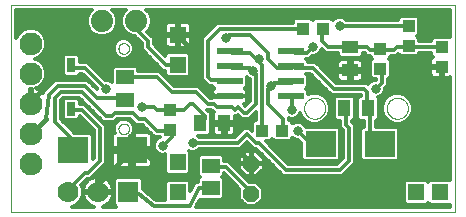
<source format=gtl>
G75*
%MOIN*%
%OFA0B0*%
%FSLAX25Y25*%
%IPPOS*%
%LPD*%
%AMOC8*
5,1,8,0,0,1.08239X$1,22.5*
%
%ADD10C,0.00100*%
%ADD11R,0.05906X0.05118*%
%ADD12OC8,0.05200*%
%ADD13C,0.07000*%
%ADD14R,0.07000X0.07000*%
%ADD15C,0.00000*%
%ADD16C,0.07400*%
%ADD17C,0.07600*%
%ADD18R,0.05543X0.05543*%
%ADD19R,0.10236X0.08661*%
%ADD20R,0.05512X0.04331*%
%ADD21R,0.08661X0.02362*%
%ADD22R,0.03937X0.04331*%
%ADD23R,0.04331X0.03937*%
%ADD24R,0.04331X0.05512*%
%ADD25R,0.02756X0.04724*%
%ADD26C,0.01200*%
%ADD27C,0.01600*%
%ADD28C,0.03160*%
%ADD29C,0.03346*%
%ADD30C,0.03150*%
D10*
X0002600Y0004600D02*
X0002600Y0073600D01*
X0150600Y0073600D01*
X0150600Y0004600D01*
X0002600Y0004600D01*
D11*
X0069100Y0012360D03*
X0069100Y0019840D03*
X0040600Y0041860D03*
X0040600Y0049340D03*
D12*
X0082600Y0020600D03*
X0082600Y0010600D03*
D13*
X0031600Y0011100D03*
X0021600Y0011100D03*
D14*
X0041600Y0011100D03*
D15*
X0038328Y0032214D02*
X0038330Y0032298D01*
X0038336Y0032381D01*
X0038346Y0032464D01*
X0038360Y0032547D01*
X0038377Y0032629D01*
X0038399Y0032710D01*
X0038424Y0032789D01*
X0038453Y0032868D01*
X0038486Y0032945D01*
X0038522Y0033020D01*
X0038562Y0033094D01*
X0038605Y0033166D01*
X0038652Y0033235D01*
X0038702Y0033302D01*
X0038755Y0033367D01*
X0038811Y0033429D01*
X0038869Y0033489D01*
X0038931Y0033546D01*
X0038995Y0033599D01*
X0039062Y0033650D01*
X0039131Y0033697D01*
X0039202Y0033742D01*
X0039275Y0033782D01*
X0039350Y0033819D01*
X0039427Y0033853D01*
X0039505Y0033883D01*
X0039584Y0033909D01*
X0039665Y0033932D01*
X0039747Y0033950D01*
X0039829Y0033965D01*
X0039912Y0033976D01*
X0039995Y0033983D01*
X0040079Y0033986D01*
X0040163Y0033985D01*
X0040246Y0033980D01*
X0040330Y0033971D01*
X0040412Y0033958D01*
X0040494Y0033942D01*
X0040575Y0033921D01*
X0040656Y0033897D01*
X0040734Y0033869D01*
X0040812Y0033837D01*
X0040888Y0033801D01*
X0040962Y0033762D01*
X0041034Y0033720D01*
X0041104Y0033674D01*
X0041172Y0033625D01*
X0041237Y0033573D01*
X0041300Y0033518D01*
X0041360Y0033460D01*
X0041418Y0033399D01*
X0041472Y0033335D01*
X0041524Y0033269D01*
X0041572Y0033201D01*
X0041617Y0033130D01*
X0041658Y0033057D01*
X0041697Y0032983D01*
X0041731Y0032907D01*
X0041762Y0032829D01*
X0041789Y0032750D01*
X0041813Y0032669D01*
X0041832Y0032588D01*
X0041848Y0032506D01*
X0041860Y0032423D01*
X0041868Y0032339D01*
X0041872Y0032256D01*
X0041872Y0032172D01*
X0041868Y0032089D01*
X0041860Y0032005D01*
X0041848Y0031922D01*
X0041832Y0031840D01*
X0041813Y0031759D01*
X0041789Y0031678D01*
X0041762Y0031599D01*
X0041731Y0031521D01*
X0041697Y0031445D01*
X0041658Y0031371D01*
X0041617Y0031298D01*
X0041572Y0031227D01*
X0041524Y0031159D01*
X0041472Y0031093D01*
X0041418Y0031029D01*
X0041360Y0030968D01*
X0041300Y0030910D01*
X0041237Y0030855D01*
X0041172Y0030803D01*
X0041104Y0030754D01*
X0041034Y0030708D01*
X0040962Y0030666D01*
X0040888Y0030627D01*
X0040812Y0030591D01*
X0040734Y0030559D01*
X0040656Y0030531D01*
X0040575Y0030507D01*
X0040494Y0030486D01*
X0040412Y0030470D01*
X0040330Y0030457D01*
X0040246Y0030448D01*
X0040163Y0030443D01*
X0040079Y0030442D01*
X0039995Y0030445D01*
X0039912Y0030452D01*
X0039829Y0030463D01*
X0039747Y0030478D01*
X0039665Y0030496D01*
X0039584Y0030519D01*
X0039505Y0030545D01*
X0039427Y0030575D01*
X0039350Y0030609D01*
X0039275Y0030646D01*
X0039202Y0030686D01*
X0039131Y0030731D01*
X0039062Y0030778D01*
X0038995Y0030829D01*
X0038931Y0030882D01*
X0038869Y0030939D01*
X0038811Y0030999D01*
X0038755Y0031061D01*
X0038702Y0031126D01*
X0038652Y0031193D01*
X0038605Y0031262D01*
X0038562Y0031334D01*
X0038522Y0031408D01*
X0038486Y0031483D01*
X0038453Y0031560D01*
X0038424Y0031639D01*
X0038399Y0031718D01*
X0038377Y0031799D01*
X0038360Y0031881D01*
X0038346Y0031964D01*
X0038336Y0032047D01*
X0038330Y0032130D01*
X0038328Y0032214D01*
X0038328Y0058986D02*
X0038330Y0059070D01*
X0038336Y0059153D01*
X0038346Y0059236D01*
X0038360Y0059319D01*
X0038377Y0059401D01*
X0038399Y0059482D01*
X0038424Y0059561D01*
X0038453Y0059640D01*
X0038486Y0059717D01*
X0038522Y0059792D01*
X0038562Y0059866D01*
X0038605Y0059938D01*
X0038652Y0060007D01*
X0038702Y0060074D01*
X0038755Y0060139D01*
X0038811Y0060201D01*
X0038869Y0060261D01*
X0038931Y0060318D01*
X0038995Y0060371D01*
X0039062Y0060422D01*
X0039131Y0060469D01*
X0039202Y0060514D01*
X0039275Y0060554D01*
X0039350Y0060591D01*
X0039427Y0060625D01*
X0039505Y0060655D01*
X0039584Y0060681D01*
X0039665Y0060704D01*
X0039747Y0060722D01*
X0039829Y0060737D01*
X0039912Y0060748D01*
X0039995Y0060755D01*
X0040079Y0060758D01*
X0040163Y0060757D01*
X0040246Y0060752D01*
X0040330Y0060743D01*
X0040412Y0060730D01*
X0040494Y0060714D01*
X0040575Y0060693D01*
X0040656Y0060669D01*
X0040734Y0060641D01*
X0040812Y0060609D01*
X0040888Y0060573D01*
X0040962Y0060534D01*
X0041034Y0060492D01*
X0041104Y0060446D01*
X0041172Y0060397D01*
X0041237Y0060345D01*
X0041300Y0060290D01*
X0041360Y0060232D01*
X0041418Y0060171D01*
X0041472Y0060107D01*
X0041524Y0060041D01*
X0041572Y0059973D01*
X0041617Y0059902D01*
X0041658Y0059829D01*
X0041697Y0059755D01*
X0041731Y0059679D01*
X0041762Y0059601D01*
X0041789Y0059522D01*
X0041813Y0059441D01*
X0041832Y0059360D01*
X0041848Y0059278D01*
X0041860Y0059195D01*
X0041868Y0059111D01*
X0041872Y0059028D01*
X0041872Y0058944D01*
X0041868Y0058861D01*
X0041860Y0058777D01*
X0041848Y0058694D01*
X0041832Y0058612D01*
X0041813Y0058531D01*
X0041789Y0058450D01*
X0041762Y0058371D01*
X0041731Y0058293D01*
X0041697Y0058217D01*
X0041658Y0058143D01*
X0041617Y0058070D01*
X0041572Y0057999D01*
X0041524Y0057931D01*
X0041472Y0057865D01*
X0041418Y0057801D01*
X0041360Y0057740D01*
X0041300Y0057682D01*
X0041237Y0057627D01*
X0041172Y0057575D01*
X0041104Y0057526D01*
X0041034Y0057480D01*
X0040962Y0057438D01*
X0040888Y0057399D01*
X0040812Y0057363D01*
X0040734Y0057331D01*
X0040656Y0057303D01*
X0040575Y0057279D01*
X0040494Y0057258D01*
X0040412Y0057242D01*
X0040330Y0057229D01*
X0040246Y0057220D01*
X0040163Y0057215D01*
X0040079Y0057214D01*
X0039995Y0057217D01*
X0039912Y0057224D01*
X0039829Y0057235D01*
X0039747Y0057250D01*
X0039665Y0057268D01*
X0039584Y0057291D01*
X0039505Y0057317D01*
X0039427Y0057347D01*
X0039350Y0057381D01*
X0039275Y0057418D01*
X0039202Y0057458D01*
X0039131Y0057503D01*
X0039062Y0057550D01*
X0038995Y0057601D01*
X0038931Y0057654D01*
X0038869Y0057711D01*
X0038811Y0057771D01*
X0038755Y0057833D01*
X0038702Y0057898D01*
X0038652Y0057965D01*
X0038605Y0058034D01*
X0038562Y0058106D01*
X0038522Y0058180D01*
X0038486Y0058255D01*
X0038453Y0058332D01*
X0038424Y0058411D01*
X0038399Y0058490D01*
X0038377Y0058571D01*
X0038360Y0058653D01*
X0038346Y0058736D01*
X0038336Y0058819D01*
X0038330Y0058902D01*
X0038328Y0058986D01*
X0100242Y0039072D02*
X0100244Y0039190D01*
X0100250Y0039308D01*
X0100260Y0039426D01*
X0100274Y0039543D01*
X0100292Y0039660D01*
X0100314Y0039777D01*
X0100339Y0039892D01*
X0100369Y0040006D01*
X0100403Y0040120D01*
X0100440Y0040232D01*
X0100481Y0040343D01*
X0100526Y0040452D01*
X0100574Y0040560D01*
X0100626Y0040666D01*
X0100682Y0040771D01*
X0100741Y0040873D01*
X0100803Y0040973D01*
X0100869Y0041071D01*
X0100938Y0041167D01*
X0101011Y0041261D01*
X0101086Y0041352D01*
X0101165Y0041440D01*
X0101246Y0041526D01*
X0101331Y0041609D01*
X0101418Y0041689D01*
X0101507Y0041766D01*
X0101600Y0041840D01*
X0101694Y0041910D01*
X0101791Y0041978D01*
X0101891Y0042042D01*
X0101992Y0042103D01*
X0102095Y0042160D01*
X0102201Y0042214D01*
X0102308Y0042265D01*
X0102416Y0042311D01*
X0102526Y0042354D01*
X0102638Y0042393D01*
X0102751Y0042429D01*
X0102865Y0042460D01*
X0102980Y0042488D01*
X0103095Y0042512D01*
X0103212Y0042532D01*
X0103329Y0042548D01*
X0103447Y0042560D01*
X0103565Y0042568D01*
X0103683Y0042572D01*
X0103801Y0042572D01*
X0103919Y0042568D01*
X0104037Y0042560D01*
X0104155Y0042548D01*
X0104272Y0042532D01*
X0104389Y0042512D01*
X0104504Y0042488D01*
X0104619Y0042460D01*
X0104733Y0042429D01*
X0104846Y0042393D01*
X0104958Y0042354D01*
X0105068Y0042311D01*
X0105176Y0042265D01*
X0105283Y0042214D01*
X0105389Y0042160D01*
X0105492Y0042103D01*
X0105593Y0042042D01*
X0105693Y0041978D01*
X0105790Y0041910D01*
X0105884Y0041840D01*
X0105977Y0041766D01*
X0106066Y0041689D01*
X0106153Y0041609D01*
X0106238Y0041526D01*
X0106319Y0041440D01*
X0106398Y0041352D01*
X0106473Y0041261D01*
X0106546Y0041167D01*
X0106615Y0041071D01*
X0106681Y0040973D01*
X0106743Y0040873D01*
X0106802Y0040771D01*
X0106858Y0040666D01*
X0106910Y0040560D01*
X0106958Y0040452D01*
X0107003Y0040343D01*
X0107044Y0040232D01*
X0107081Y0040120D01*
X0107115Y0040006D01*
X0107145Y0039892D01*
X0107170Y0039777D01*
X0107192Y0039660D01*
X0107210Y0039543D01*
X0107224Y0039426D01*
X0107234Y0039308D01*
X0107240Y0039190D01*
X0107242Y0039072D01*
X0107240Y0038954D01*
X0107234Y0038836D01*
X0107224Y0038718D01*
X0107210Y0038601D01*
X0107192Y0038484D01*
X0107170Y0038367D01*
X0107145Y0038252D01*
X0107115Y0038138D01*
X0107081Y0038024D01*
X0107044Y0037912D01*
X0107003Y0037801D01*
X0106958Y0037692D01*
X0106910Y0037584D01*
X0106858Y0037478D01*
X0106802Y0037373D01*
X0106743Y0037271D01*
X0106681Y0037171D01*
X0106615Y0037073D01*
X0106546Y0036977D01*
X0106473Y0036883D01*
X0106398Y0036792D01*
X0106319Y0036704D01*
X0106238Y0036618D01*
X0106153Y0036535D01*
X0106066Y0036455D01*
X0105977Y0036378D01*
X0105884Y0036304D01*
X0105790Y0036234D01*
X0105693Y0036166D01*
X0105593Y0036102D01*
X0105492Y0036041D01*
X0105389Y0035984D01*
X0105283Y0035930D01*
X0105176Y0035879D01*
X0105068Y0035833D01*
X0104958Y0035790D01*
X0104846Y0035751D01*
X0104733Y0035715D01*
X0104619Y0035684D01*
X0104504Y0035656D01*
X0104389Y0035632D01*
X0104272Y0035612D01*
X0104155Y0035596D01*
X0104037Y0035584D01*
X0103919Y0035576D01*
X0103801Y0035572D01*
X0103683Y0035572D01*
X0103565Y0035576D01*
X0103447Y0035584D01*
X0103329Y0035596D01*
X0103212Y0035612D01*
X0103095Y0035632D01*
X0102980Y0035656D01*
X0102865Y0035684D01*
X0102751Y0035715D01*
X0102638Y0035751D01*
X0102526Y0035790D01*
X0102416Y0035833D01*
X0102308Y0035879D01*
X0102201Y0035930D01*
X0102095Y0035984D01*
X0101992Y0036041D01*
X0101891Y0036102D01*
X0101791Y0036166D01*
X0101694Y0036234D01*
X0101600Y0036304D01*
X0101507Y0036378D01*
X0101418Y0036455D01*
X0101331Y0036535D01*
X0101246Y0036618D01*
X0101165Y0036704D01*
X0101086Y0036792D01*
X0101011Y0036883D01*
X0100938Y0036977D01*
X0100869Y0037073D01*
X0100803Y0037171D01*
X0100741Y0037271D01*
X0100682Y0037373D01*
X0100626Y0037478D01*
X0100574Y0037584D01*
X0100526Y0037692D01*
X0100481Y0037801D01*
X0100440Y0037912D01*
X0100403Y0038024D01*
X0100369Y0038138D01*
X0100339Y0038252D01*
X0100314Y0038367D01*
X0100292Y0038484D01*
X0100274Y0038601D01*
X0100260Y0038718D01*
X0100250Y0038836D01*
X0100244Y0038954D01*
X0100242Y0039072D01*
X0127801Y0039072D02*
X0127803Y0039190D01*
X0127809Y0039308D01*
X0127819Y0039426D01*
X0127833Y0039543D01*
X0127851Y0039660D01*
X0127873Y0039777D01*
X0127898Y0039892D01*
X0127928Y0040006D01*
X0127962Y0040120D01*
X0127999Y0040232D01*
X0128040Y0040343D01*
X0128085Y0040452D01*
X0128133Y0040560D01*
X0128185Y0040666D01*
X0128241Y0040771D01*
X0128300Y0040873D01*
X0128362Y0040973D01*
X0128428Y0041071D01*
X0128497Y0041167D01*
X0128570Y0041261D01*
X0128645Y0041352D01*
X0128724Y0041440D01*
X0128805Y0041526D01*
X0128890Y0041609D01*
X0128977Y0041689D01*
X0129066Y0041766D01*
X0129159Y0041840D01*
X0129253Y0041910D01*
X0129350Y0041978D01*
X0129450Y0042042D01*
X0129551Y0042103D01*
X0129654Y0042160D01*
X0129760Y0042214D01*
X0129867Y0042265D01*
X0129975Y0042311D01*
X0130085Y0042354D01*
X0130197Y0042393D01*
X0130310Y0042429D01*
X0130424Y0042460D01*
X0130539Y0042488D01*
X0130654Y0042512D01*
X0130771Y0042532D01*
X0130888Y0042548D01*
X0131006Y0042560D01*
X0131124Y0042568D01*
X0131242Y0042572D01*
X0131360Y0042572D01*
X0131478Y0042568D01*
X0131596Y0042560D01*
X0131714Y0042548D01*
X0131831Y0042532D01*
X0131948Y0042512D01*
X0132063Y0042488D01*
X0132178Y0042460D01*
X0132292Y0042429D01*
X0132405Y0042393D01*
X0132517Y0042354D01*
X0132627Y0042311D01*
X0132735Y0042265D01*
X0132842Y0042214D01*
X0132948Y0042160D01*
X0133051Y0042103D01*
X0133152Y0042042D01*
X0133252Y0041978D01*
X0133349Y0041910D01*
X0133443Y0041840D01*
X0133536Y0041766D01*
X0133625Y0041689D01*
X0133712Y0041609D01*
X0133797Y0041526D01*
X0133878Y0041440D01*
X0133957Y0041352D01*
X0134032Y0041261D01*
X0134105Y0041167D01*
X0134174Y0041071D01*
X0134240Y0040973D01*
X0134302Y0040873D01*
X0134361Y0040771D01*
X0134417Y0040666D01*
X0134469Y0040560D01*
X0134517Y0040452D01*
X0134562Y0040343D01*
X0134603Y0040232D01*
X0134640Y0040120D01*
X0134674Y0040006D01*
X0134704Y0039892D01*
X0134729Y0039777D01*
X0134751Y0039660D01*
X0134769Y0039543D01*
X0134783Y0039426D01*
X0134793Y0039308D01*
X0134799Y0039190D01*
X0134801Y0039072D01*
X0134799Y0038954D01*
X0134793Y0038836D01*
X0134783Y0038718D01*
X0134769Y0038601D01*
X0134751Y0038484D01*
X0134729Y0038367D01*
X0134704Y0038252D01*
X0134674Y0038138D01*
X0134640Y0038024D01*
X0134603Y0037912D01*
X0134562Y0037801D01*
X0134517Y0037692D01*
X0134469Y0037584D01*
X0134417Y0037478D01*
X0134361Y0037373D01*
X0134302Y0037271D01*
X0134240Y0037171D01*
X0134174Y0037073D01*
X0134105Y0036977D01*
X0134032Y0036883D01*
X0133957Y0036792D01*
X0133878Y0036704D01*
X0133797Y0036618D01*
X0133712Y0036535D01*
X0133625Y0036455D01*
X0133536Y0036378D01*
X0133443Y0036304D01*
X0133349Y0036234D01*
X0133252Y0036166D01*
X0133152Y0036102D01*
X0133051Y0036041D01*
X0132948Y0035984D01*
X0132842Y0035930D01*
X0132735Y0035879D01*
X0132627Y0035833D01*
X0132517Y0035790D01*
X0132405Y0035751D01*
X0132292Y0035715D01*
X0132178Y0035684D01*
X0132063Y0035656D01*
X0131948Y0035632D01*
X0131831Y0035612D01*
X0131714Y0035596D01*
X0131596Y0035584D01*
X0131478Y0035576D01*
X0131360Y0035572D01*
X0131242Y0035572D01*
X0131124Y0035576D01*
X0131006Y0035584D01*
X0130888Y0035596D01*
X0130771Y0035612D01*
X0130654Y0035632D01*
X0130539Y0035656D01*
X0130424Y0035684D01*
X0130310Y0035715D01*
X0130197Y0035751D01*
X0130085Y0035790D01*
X0129975Y0035833D01*
X0129867Y0035879D01*
X0129760Y0035930D01*
X0129654Y0035984D01*
X0129551Y0036041D01*
X0129450Y0036102D01*
X0129350Y0036166D01*
X0129253Y0036234D01*
X0129159Y0036304D01*
X0129066Y0036378D01*
X0128977Y0036455D01*
X0128890Y0036535D01*
X0128805Y0036618D01*
X0128724Y0036704D01*
X0128645Y0036792D01*
X0128570Y0036883D01*
X0128497Y0036977D01*
X0128428Y0037073D01*
X0128362Y0037171D01*
X0128300Y0037271D01*
X0128241Y0037373D01*
X0128185Y0037478D01*
X0128133Y0037584D01*
X0128085Y0037692D01*
X0128040Y0037801D01*
X0127999Y0037912D01*
X0127962Y0038024D01*
X0127928Y0038138D01*
X0127898Y0038252D01*
X0127873Y0038367D01*
X0127851Y0038484D01*
X0127833Y0038601D01*
X0127819Y0038718D01*
X0127809Y0038836D01*
X0127803Y0038954D01*
X0127801Y0039072D01*
D16*
X0044300Y0068100D03*
X0032900Y0068100D03*
D17*
X0009100Y0060600D03*
X0009100Y0050600D03*
X0009100Y0040600D03*
X0009100Y0030600D03*
X0009100Y0020600D03*
D18*
X0058100Y0021100D03*
X0058100Y0011100D03*
X0058100Y0053600D03*
X0058100Y0063600D03*
X0137600Y0011100D03*
X0145600Y0011100D03*
D19*
X0125443Y0027100D03*
X0105757Y0027100D03*
X0042943Y0025100D03*
X0023257Y0025100D03*
D20*
X0115600Y0051663D03*
X0115600Y0059537D03*
D21*
X0095836Y0058100D03*
X0095836Y0053100D03*
X0095836Y0048100D03*
X0095836Y0043100D03*
X0075364Y0043100D03*
X0075364Y0048100D03*
X0075364Y0053100D03*
X0075364Y0058100D03*
D22*
X0099754Y0065600D03*
X0106446Y0065600D03*
X0092946Y0031600D03*
X0086254Y0031600D03*
D23*
X0055600Y0031754D03*
X0055600Y0038446D03*
X0125600Y0052254D03*
X0125600Y0058946D03*
X0135100Y0059754D03*
X0146100Y0059446D03*
X0146100Y0052754D03*
X0135100Y0066446D03*
D24*
X0121537Y0039100D03*
X0113663Y0039100D03*
X0073537Y0034100D03*
X0065663Y0034100D03*
D25*
X0022600Y0038817D03*
X0022600Y0053383D03*
D26*
X0023100Y0052600D01*
X0027100Y0052600D01*
X0034100Y0045600D01*
X0036161Y0047746D02*
X0036247Y0047746D01*
X0036247Y0047660D02*
X0035785Y0048122D01*
X0034692Y0048575D01*
X0033953Y0048575D01*
X0027928Y0054600D01*
X0025378Y0054600D01*
X0025378Y0056326D01*
X0024558Y0057146D01*
X0020642Y0057146D01*
X0019822Y0056326D01*
X0019822Y0050441D01*
X0020642Y0049621D01*
X0024558Y0049621D01*
X0025378Y0050441D01*
X0025378Y0050600D01*
X0026272Y0050600D01*
X0031125Y0045747D01*
X0031125Y0045403D01*
X0029100Y0047428D01*
X0027928Y0048600D01*
X0017272Y0048600D01*
X0013774Y0045102D01*
X0013218Y0044670D01*
X0013201Y0044529D01*
X0013100Y0044428D01*
X0013100Y0044237D01*
X0012618Y0044719D01*
X0011930Y0045218D01*
X0011173Y0045604D01*
X0010867Y0045704D01*
X0012046Y0046192D01*
X0013508Y0047654D01*
X0014300Y0049566D01*
X0014300Y0051634D01*
X0013508Y0053546D01*
X0012046Y0055008D01*
X0010617Y0055600D01*
X0012046Y0056192D01*
X0013508Y0057654D01*
X0014300Y0059566D01*
X0014300Y0061634D01*
X0013508Y0063546D01*
X0012046Y0065008D01*
X0010134Y0065800D01*
X0008066Y0065800D01*
X0006154Y0065008D01*
X0004692Y0063546D01*
X0004250Y0062479D01*
X0004250Y0071950D01*
X0029538Y0071950D01*
X0028576Y0070989D01*
X0027800Y0069114D01*
X0027800Y0067086D01*
X0028576Y0065211D01*
X0030011Y0063776D01*
X0031886Y0063000D01*
X0033914Y0063000D01*
X0035789Y0063776D01*
X0037224Y0065211D01*
X0038000Y0067086D01*
X0038000Y0069114D01*
X0037224Y0070989D01*
X0036262Y0071950D01*
X0040938Y0071950D01*
X0039976Y0070989D01*
X0039200Y0069114D01*
X0039200Y0067086D01*
X0039976Y0065211D01*
X0041411Y0063776D01*
X0043286Y0063000D01*
X0043872Y0063000D01*
X0044272Y0062600D01*
X0046100Y0060772D01*
X0046100Y0058772D01*
X0047272Y0057600D01*
X0053272Y0051600D01*
X0053928Y0051600D01*
X0053928Y0050248D01*
X0054748Y0049428D01*
X0061452Y0049428D01*
X0062272Y0050248D01*
X0062272Y0056952D01*
X0061452Y0057772D01*
X0054748Y0057772D01*
X0053928Y0056952D01*
X0053928Y0056600D01*
X0050100Y0060428D01*
X0050100Y0062428D01*
X0047970Y0064558D01*
X0048624Y0065211D01*
X0049400Y0067086D01*
X0049400Y0069114D01*
X0048624Y0070989D01*
X0047662Y0071950D01*
X0148950Y0071950D01*
X0148950Y0062710D01*
X0148845Y0062815D01*
X0143355Y0062815D01*
X0142535Y0061995D01*
X0142535Y0061600D01*
X0138665Y0061600D01*
X0138665Y0062302D01*
X0137867Y0063100D01*
X0138665Y0063898D01*
X0138665Y0068995D01*
X0137845Y0069815D01*
X0132355Y0069815D01*
X0131535Y0068995D01*
X0131535Y0068600D01*
X0114307Y0068600D01*
X0113785Y0069122D01*
X0112692Y0069575D01*
X0111508Y0069575D01*
X0110415Y0069122D01*
X0109726Y0068434D01*
X0108995Y0069165D01*
X0103898Y0069165D01*
X0103100Y0068367D01*
X0102302Y0069165D01*
X0097205Y0069165D01*
X0096385Y0068345D01*
X0096385Y0067600D01*
X0071272Y0067600D01*
X0067272Y0063600D01*
X0066100Y0062428D01*
X0066100Y0048772D01*
X0067100Y0047772D01*
X0068272Y0046600D01*
X0069633Y0046600D01*
X0069633Y0046339D01*
X0070279Y0045693D01*
X0070051Y0045561D01*
X0069753Y0045264D01*
X0069542Y0044899D01*
X0069433Y0044492D01*
X0069433Y0043100D01*
X0075364Y0043100D01*
X0081294Y0043100D01*
X0081294Y0044492D01*
X0081185Y0044899D01*
X0080975Y0045264D01*
X0080677Y0045561D01*
X0080449Y0045693D01*
X0081094Y0046339D01*
X0081094Y0049398D01*
X0081415Y0049078D01*
X0082100Y0048794D01*
X0082100Y0041428D01*
X0080600Y0039928D01*
X0080145Y0040383D01*
X0080312Y0040428D01*
X0080677Y0040639D01*
X0080975Y0040936D01*
X0081185Y0041301D01*
X0081294Y0041708D01*
X0081294Y0043100D01*
X0075364Y0043100D01*
X0075364Y0043100D01*
X0069433Y0043100D01*
X0069433Y0042600D01*
X0068928Y0042600D01*
X0064928Y0046600D01*
X0056928Y0046600D01*
X0051928Y0051600D01*
X0044953Y0051600D01*
X0044953Y0052479D01*
X0044133Y0053299D01*
X0037067Y0053299D01*
X0036247Y0052479D01*
X0036247Y0047660D01*
X0036247Y0048945D02*
X0033583Y0048945D01*
X0032385Y0050143D02*
X0036247Y0050143D01*
X0036247Y0051342D02*
X0031186Y0051342D01*
X0029988Y0052540D02*
X0036309Y0052540D01*
X0038190Y0056127D02*
X0039429Y0055614D01*
X0040771Y0055614D01*
X0042010Y0056127D01*
X0042958Y0057076D01*
X0043472Y0058315D01*
X0043472Y0059656D01*
X0042958Y0060896D01*
X0042010Y0061844D01*
X0040771Y0062357D01*
X0039429Y0062357D01*
X0038190Y0061844D01*
X0037242Y0060896D01*
X0036728Y0059656D01*
X0036728Y0058315D01*
X0037242Y0057076D01*
X0038190Y0056127D01*
X0038182Y0056136D02*
X0025378Y0056136D01*
X0025378Y0054937D02*
X0049934Y0054937D01*
X0048736Y0056136D02*
X0042018Y0056136D01*
X0043065Y0057334D02*
X0047537Y0057334D01*
X0046339Y0058533D02*
X0043472Y0058533D01*
X0043441Y0059732D02*
X0046100Y0059732D01*
X0048100Y0059600D02*
X0048100Y0061600D01*
X0045100Y0064600D01*
X0045100Y0067600D01*
X0044300Y0068100D01*
X0039764Y0065724D02*
X0037436Y0065724D01*
X0037932Y0066923D02*
X0039267Y0066923D01*
X0039200Y0068121D02*
X0038000Y0068121D01*
X0037915Y0069320D02*
X0039285Y0069320D01*
X0039781Y0070518D02*
X0037419Y0070518D01*
X0036496Y0071717D02*
X0040704Y0071717D01*
X0047896Y0071717D02*
X0148950Y0071717D01*
X0148950Y0070518D02*
X0048819Y0070518D01*
X0049315Y0069320D02*
X0110892Y0069320D01*
X0113308Y0069320D02*
X0131859Y0069320D01*
X0135100Y0066600D02*
X0135100Y0066446D01*
X0135100Y0066600D02*
X0112100Y0066600D01*
X0106446Y0065600D02*
X0106100Y0065600D01*
X0106100Y0061600D01*
X0108100Y0059600D01*
X0115100Y0059600D01*
X0115600Y0059537D01*
X0116100Y0059600D01*
X0121100Y0059600D01*
X0122100Y0058600D01*
X0125100Y0058600D01*
X0125600Y0058946D01*
X0126100Y0058600D01*
X0130100Y0058600D01*
X0131100Y0059600D01*
X0135100Y0059600D01*
X0135100Y0059754D01*
X0135100Y0059600D02*
X0146100Y0059600D01*
X0146100Y0059446D01*
X0142535Y0057600D02*
X0142535Y0056898D01*
X0143255Y0056177D01*
X0142952Y0056002D01*
X0142654Y0055704D01*
X0142444Y0055340D01*
X0142335Y0054933D01*
X0142335Y0053138D01*
X0145716Y0053138D01*
X0145716Y0052369D01*
X0146484Y0052369D01*
X0146484Y0049185D01*
X0148476Y0049185D01*
X0148883Y0049294D01*
X0148950Y0049333D01*
X0148950Y0015272D01*
X0142248Y0015272D01*
X0141600Y0014623D01*
X0140952Y0015272D01*
X0134248Y0015272D01*
X0133428Y0014452D01*
X0133428Y0007748D01*
X0134248Y0006928D01*
X0140952Y0006928D01*
X0141600Y0007577D01*
X0142248Y0006928D01*
X0148950Y0006928D01*
X0148950Y0006250D01*
X0064161Y0006250D01*
X0065347Y0008621D01*
X0065567Y0008401D01*
X0072633Y0008401D01*
X0073453Y0009221D01*
X0073453Y0015499D01*
X0072852Y0016100D01*
X0073453Y0016701D01*
X0073453Y0017419D01*
X0078607Y0012264D01*
X0078600Y0012257D01*
X0078600Y0008943D01*
X0080943Y0006600D01*
X0084257Y0006600D01*
X0086600Y0008943D01*
X0086600Y0012257D01*
X0084257Y0014600D01*
X0081928Y0014600D01*
X0074928Y0021600D01*
X0073453Y0021600D01*
X0073453Y0022979D01*
X0072633Y0023799D01*
X0065567Y0023799D01*
X0064747Y0022979D01*
X0064747Y0016701D01*
X0065348Y0016100D01*
X0064747Y0015499D01*
X0064747Y0014600D01*
X0064272Y0014600D01*
X0064020Y0014348D01*
X0063682Y0014235D01*
X0063456Y0013785D01*
X0063100Y0013428D01*
X0063100Y0013072D01*
X0062272Y0011415D01*
X0062272Y0014452D01*
X0061452Y0015272D01*
X0054748Y0015272D01*
X0053928Y0014452D01*
X0053928Y0008600D01*
X0050802Y0008600D01*
X0046500Y0012041D01*
X0046500Y0015180D01*
X0045680Y0016000D01*
X0037520Y0016000D01*
X0036700Y0015180D01*
X0036700Y0007020D01*
X0037470Y0006250D01*
X0033177Y0006250D01*
X0033558Y0006374D01*
X0034273Y0006738D01*
X0034922Y0007210D01*
X0035490Y0007778D01*
X0035962Y0008427D01*
X0036326Y0009142D01*
X0036574Y0009906D01*
X0036700Y0010699D01*
X0036700Y0010814D01*
X0031886Y0010814D01*
X0031886Y0011386D01*
X0031314Y0011386D01*
X0031314Y0016200D01*
X0031199Y0016200D01*
X0030406Y0016074D01*
X0029642Y0015826D01*
X0028927Y0015462D01*
X0028278Y0014990D01*
X0027710Y0014422D01*
X0027238Y0013773D01*
X0026874Y0013058D01*
X0026626Y0012294D01*
X0026500Y0011501D01*
X0026500Y0011386D01*
X0031314Y0011386D01*
X0031314Y0010814D01*
X0026500Y0010814D01*
X0026500Y0010699D01*
X0026626Y0009906D01*
X0026874Y0009142D01*
X0027238Y0008427D01*
X0027710Y0007778D01*
X0028278Y0007210D01*
X0028927Y0006738D01*
X0029642Y0006374D01*
X0030023Y0006250D01*
X0022695Y0006250D01*
X0024376Y0006946D01*
X0025754Y0008324D01*
X0026500Y0010125D01*
X0026500Y0012075D01*
X0025886Y0013557D01*
X0027928Y0015600D01*
X0028928Y0015600D01*
X0030100Y0016772D01*
X0034100Y0020772D01*
X0034100Y0033428D01*
X0032928Y0034600D01*
X0026928Y0040600D01*
X0025378Y0040600D01*
X0025378Y0041759D01*
X0024558Y0042579D01*
X0020642Y0042579D01*
X0019822Y0041759D01*
X0019822Y0035874D01*
X0020642Y0035054D01*
X0024558Y0035054D01*
X0025378Y0035874D01*
X0025378Y0036494D01*
X0030100Y0031772D01*
X0030100Y0022428D01*
X0029776Y0022104D01*
X0029776Y0030011D01*
X0028955Y0030831D01*
X0023698Y0030831D01*
X0019100Y0035428D01*
X0019100Y0041772D01*
X0019928Y0042600D01*
X0025272Y0042600D01*
X0033272Y0034600D01*
X0036928Y0034600D01*
X0037928Y0035600D01*
X0042272Y0035600D01*
X0044272Y0033600D01*
X0046272Y0033600D01*
X0050272Y0029600D01*
X0052035Y0029600D01*
X0052035Y0029379D01*
X0051415Y0029122D01*
X0050578Y0028285D01*
X0050125Y0027192D01*
X0050125Y0026008D01*
X0050578Y0024915D01*
X0051415Y0024078D01*
X0052508Y0023625D01*
X0053692Y0023625D01*
X0053928Y0023723D01*
X0053928Y0017748D01*
X0054748Y0016928D01*
X0061452Y0016928D01*
X0062272Y0017748D01*
X0062272Y0024452D01*
X0061808Y0024915D01*
X0062508Y0024625D01*
X0063692Y0024625D01*
X0064785Y0025078D01*
X0065307Y0025600D01*
X0078928Y0025600D01*
X0080100Y0026772D01*
X0081100Y0027772D01*
X0083272Y0025600D01*
X0084272Y0025600D01*
X0093272Y0016600D01*
X0112928Y0016600D01*
X0114100Y0017772D01*
X0117100Y0020772D01*
X0117100Y0033428D01*
X0116100Y0034428D01*
X0116100Y0034944D01*
X0116408Y0034944D01*
X0117228Y0035764D01*
X0117228Y0042436D01*
X0116408Y0043256D01*
X0110918Y0043256D01*
X0110098Y0042436D01*
X0110098Y0035764D01*
X0110918Y0034944D01*
X0112100Y0034944D01*
X0112100Y0032772D01*
X0113100Y0031772D01*
X0113100Y0022428D01*
X0111272Y0020600D01*
X0094928Y0020600D01*
X0087494Y0028035D01*
X0088802Y0028035D01*
X0089600Y0028833D01*
X0090398Y0028035D01*
X0095495Y0028035D01*
X0096315Y0028855D01*
X0096315Y0029178D01*
X0096415Y0029078D01*
X0097508Y0028625D01*
X0098247Y0028625D01*
X0099239Y0027632D01*
X0099239Y0022189D01*
X0100059Y0021369D01*
X0111455Y0021369D01*
X0112276Y0022189D01*
X0112276Y0032011D01*
X0111455Y0032831D01*
X0100810Y0032831D01*
X0100622Y0033285D01*
X0099785Y0034122D01*
X0098692Y0034575D01*
X0097508Y0034575D01*
X0096415Y0034122D01*
X0096315Y0034022D01*
X0096315Y0034345D01*
X0095495Y0035165D01*
X0095100Y0035165D01*
X0095100Y0035794D01*
X0095508Y0035625D01*
X0096692Y0035625D01*
X0097785Y0036078D01*
X0098622Y0036915D01*
X0098869Y0037510D01*
X0099418Y0036184D01*
X0100853Y0034749D01*
X0102727Y0033972D01*
X0104756Y0033972D01*
X0106631Y0034749D01*
X0108065Y0036184D01*
X0108842Y0038058D01*
X0108842Y0040087D01*
X0108065Y0041961D01*
X0106631Y0043396D01*
X0104756Y0044172D01*
X0102727Y0044172D01*
X0101567Y0043692D01*
X0101567Y0044861D01*
X0100828Y0045600D01*
X0101567Y0046339D01*
X0101567Y0049861D01*
X0100828Y0050600D01*
X0102272Y0050600D01*
X0109272Y0043600D01*
X0119100Y0043600D01*
X0119100Y0043256D01*
X0118792Y0043256D01*
X0117972Y0042436D01*
X0117972Y0035764D01*
X0118792Y0034944D01*
X0120100Y0034944D01*
X0120100Y0032831D01*
X0119745Y0032831D01*
X0118924Y0032011D01*
X0118924Y0022189D01*
X0119745Y0021369D01*
X0131141Y0021369D01*
X0131961Y0022189D01*
X0131961Y0032011D01*
X0131141Y0032831D01*
X0124100Y0032831D01*
X0124100Y0034944D01*
X0124282Y0034944D01*
X0125102Y0035764D01*
X0125102Y0042436D01*
X0124848Y0042690D01*
X0125785Y0043078D01*
X0126622Y0043915D01*
X0127075Y0045008D01*
X0127075Y0045747D01*
X0128100Y0046772D01*
X0128100Y0048885D01*
X0128345Y0048885D01*
X0129165Y0049705D01*
X0129165Y0054802D01*
X0128367Y0055600D01*
X0129165Y0056398D01*
X0129165Y0056600D01*
X0130928Y0056600D01*
X0131535Y0057206D01*
X0131535Y0057205D01*
X0132355Y0056385D01*
X0137845Y0056385D01*
X0138665Y0057205D01*
X0138665Y0057600D01*
X0142535Y0057600D01*
X0142535Y0057334D02*
X0138665Y0057334D01*
X0142336Y0054937D02*
X0129030Y0054937D01*
X0128903Y0056136D02*
X0143184Y0056136D01*
X0142335Y0053739D02*
X0129165Y0053739D01*
X0129165Y0052540D02*
X0145716Y0052540D01*
X0145716Y0052369D02*
X0142335Y0052369D01*
X0142335Y0050574D01*
X0142444Y0050167D01*
X0142654Y0049803D01*
X0142952Y0049505D01*
X0143317Y0049294D01*
X0143724Y0049185D01*
X0145716Y0049185D01*
X0145716Y0052369D01*
X0145716Y0051342D02*
X0146484Y0051342D01*
X0146484Y0050143D02*
X0145716Y0050143D01*
X0142458Y0050143D02*
X0129165Y0050143D01*
X0129165Y0051342D02*
X0142335Y0051342D01*
X0148950Y0048945D02*
X0128405Y0048945D01*
X0128100Y0047746D02*
X0148950Y0047746D01*
X0148950Y0046548D02*
X0127876Y0046548D01*
X0126100Y0047600D02*
X0124100Y0045600D01*
X0127075Y0045349D02*
X0148950Y0045349D01*
X0148950Y0044151D02*
X0132367Y0044151D01*
X0132315Y0044172D02*
X0130286Y0044172D01*
X0128412Y0043396D01*
X0126977Y0041961D01*
X0126201Y0040087D01*
X0126201Y0038058D01*
X0126977Y0036184D01*
X0128412Y0034749D01*
X0130286Y0033972D01*
X0132315Y0033972D01*
X0134190Y0034749D01*
X0135624Y0036184D01*
X0136401Y0038058D01*
X0136401Y0040087D01*
X0135624Y0041961D01*
X0134190Y0043396D01*
X0132315Y0044172D01*
X0134633Y0042952D02*
X0148950Y0042952D01*
X0148950Y0041754D02*
X0135710Y0041754D01*
X0136207Y0040555D02*
X0148950Y0040555D01*
X0148950Y0039357D02*
X0136401Y0039357D01*
X0136401Y0038158D02*
X0148950Y0038158D01*
X0148950Y0036960D02*
X0135946Y0036960D01*
X0135202Y0035761D02*
X0148950Y0035761D01*
X0148950Y0034563D02*
X0133740Y0034563D01*
X0131805Y0032166D02*
X0148950Y0032166D01*
X0148950Y0033364D02*
X0124100Y0033364D01*
X0124100Y0034563D02*
X0128861Y0034563D01*
X0127399Y0035761D02*
X0125099Y0035761D01*
X0125102Y0036960D02*
X0126656Y0036960D01*
X0126201Y0038158D02*
X0125102Y0038158D01*
X0125102Y0039357D02*
X0126201Y0039357D01*
X0126395Y0040555D02*
X0125102Y0040555D01*
X0125102Y0041754D02*
X0126891Y0041754D01*
X0127968Y0042952D02*
X0125482Y0042952D01*
X0126720Y0044151D02*
X0130234Y0044151D01*
X0126100Y0047600D02*
X0126100Y0051600D01*
X0125600Y0052254D01*
X0122035Y0052540D02*
X0119956Y0052540D01*
X0119956Y0052146D02*
X0119956Y0054039D01*
X0119847Y0054446D01*
X0119636Y0054811D01*
X0119338Y0055109D01*
X0118973Y0055319D01*
X0118567Y0055428D01*
X0116083Y0055428D01*
X0116083Y0052146D01*
X0115117Y0052146D01*
X0115117Y0055428D01*
X0112633Y0055428D01*
X0112227Y0055319D01*
X0111862Y0055109D01*
X0111564Y0054811D01*
X0111353Y0054446D01*
X0111244Y0054039D01*
X0111244Y0052146D01*
X0115117Y0052146D01*
X0115117Y0051180D01*
X0116083Y0051180D01*
X0116083Y0052146D01*
X0119956Y0052146D01*
X0119956Y0051180D02*
X0119956Y0049287D01*
X0119847Y0048880D01*
X0119636Y0048515D01*
X0119338Y0048217D01*
X0118973Y0048007D01*
X0118567Y0047898D01*
X0116083Y0047898D01*
X0116083Y0051180D01*
X0119956Y0051180D01*
X0119956Y0050143D02*
X0122035Y0050143D01*
X0122035Y0049705D02*
X0122855Y0048885D01*
X0124100Y0048885D01*
X0124100Y0048575D01*
X0123508Y0048575D01*
X0122415Y0048122D01*
X0121578Y0047285D01*
X0121480Y0047049D01*
X0120928Y0047600D01*
X0110928Y0047600D01*
X0105100Y0053428D01*
X0103928Y0054600D01*
X0101567Y0054600D01*
X0101567Y0054861D01*
X0100828Y0055600D01*
X0101928Y0055600D01*
X0102953Y0056625D01*
X0103692Y0056625D01*
X0104785Y0057078D01*
X0105622Y0057915D01*
X0106013Y0058859D01*
X0106100Y0058772D01*
X0107272Y0057600D01*
X0111444Y0057600D01*
X0111444Y0056792D01*
X0112264Y0055972D01*
X0118936Y0055972D01*
X0119756Y0056792D01*
X0119756Y0057600D01*
X0120272Y0057600D01*
X0121272Y0056600D01*
X0122035Y0056600D01*
X0122035Y0056398D01*
X0122833Y0055600D01*
X0122035Y0054802D01*
X0122035Y0049705D01*
X0122795Y0048945D02*
X0119864Y0048945D01*
X0122039Y0047746D02*
X0110782Y0047746D01*
X0111564Y0048515D02*
X0111862Y0048217D01*
X0112227Y0048007D01*
X0112633Y0047898D01*
X0115117Y0047898D01*
X0115117Y0051180D01*
X0111244Y0051180D01*
X0111244Y0049287D01*
X0111353Y0048880D01*
X0111564Y0048515D01*
X0111336Y0048945D02*
X0109583Y0048945D01*
X0108385Y0050143D02*
X0111244Y0050143D01*
X0115117Y0050143D02*
X0116083Y0050143D01*
X0116083Y0048945D02*
X0115117Y0048945D01*
X0115117Y0051342D02*
X0107186Y0051342D01*
X0105988Y0052540D02*
X0111244Y0052540D01*
X0111244Y0053739D02*
X0104789Y0053739D01*
X0103100Y0052600D02*
X0097100Y0052600D01*
X0095836Y0053100D01*
X0096100Y0052600D01*
X0091100Y0052600D01*
X0088100Y0055600D01*
X0088100Y0057600D01*
X0082100Y0063600D01*
X0075100Y0063600D01*
X0074100Y0062600D01*
X0072100Y0065600D02*
X0068100Y0061600D01*
X0068100Y0049600D01*
X0069100Y0048600D01*
X0075100Y0048600D01*
X0075364Y0048100D01*
X0081094Y0047746D02*
X0082100Y0047746D01*
X0082100Y0046548D02*
X0081094Y0046548D01*
X0080889Y0045349D02*
X0082100Y0045349D01*
X0082100Y0044151D02*
X0081294Y0044151D01*
X0081294Y0042952D02*
X0082100Y0042952D01*
X0082100Y0041754D02*
X0081294Y0041754D01*
X0081227Y0040555D02*
X0080533Y0040555D01*
X0078100Y0039600D02*
X0080100Y0037600D01*
X0081100Y0037600D01*
X0084100Y0040600D01*
X0084100Y0050600D01*
X0083100Y0051600D01*
X0082100Y0052600D01*
X0076100Y0052600D01*
X0075364Y0053100D01*
X0076100Y0057600D02*
X0075364Y0058100D01*
X0076100Y0057600D02*
X0082100Y0057600D01*
X0084100Y0055600D01*
X0085100Y0055600D01*
X0084100Y0055600D02*
X0086100Y0053600D01*
X0086100Y0031600D01*
X0086254Y0031600D01*
X0082885Y0031643D02*
X0081928Y0032600D01*
X0080272Y0032600D01*
X0077272Y0029600D01*
X0065307Y0029600D01*
X0064963Y0029944D01*
X0068408Y0029944D01*
X0069228Y0030764D01*
X0069228Y0037436D01*
X0068408Y0038256D01*
X0068273Y0038256D01*
X0067928Y0038600D01*
X0069272Y0038600D01*
X0070070Y0037801D01*
X0069881Y0037473D01*
X0069772Y0037067D01*
X0069772Y0034583D01*
X0073054Y0034583D01*
X0073054Y0033617D01*
X0074020Y0033617D01*
X0074020Y0034583D01*
X0077302Y0034583D01*
X0077302Y0036600D01*
X0077928Y0036600D01*
X0078100Y0036772D01*
X0078100Y0036772D01*
X0079272Y0035600D01*
X0081928Y0035600D01*
X0084100Y0037772D01*
X0084100Y0035165D01*
X0083705Y0035165D01*
X0082885Y0034345D01*
X0082885Y0031643D01*
X0082885Y0032166D02*
X0082363Y0032166D01*
X0082885Y0033364D02*
X0077302Y0033364D01*
X0077302Y0033617D02*
X0074020Y0033617D01*
X0074020Y0029744D01*
X0075913Y0029744D01*
X0076320Y0029853D01*
X0076685Y0030064D01*
X0076983Y0030362D01*
X0077193Y0030727D01*
X0077302Y0031133D01*
X0077302Y0033617D01*
X0077302Y0032166D02*
X0079837Y0032166D01*
X0078639Y0030967D02*
X0077258Y0030967D01*
X0077440Y0029769D02*
X0076005Y0029769D01*
X0074020Y0029769D02*
X0073054Y0029769D01*
X0073054Y0029744D02*
X0073054Y0033617D01*
X0069772Y0033617D01*
X0069772Y0031133D01*
X0069881Y0030727D01*
X0070091Y0030362D01*
X0070389Y0030064D01*
X0070754Y0029853D01*
X0071161Y0029744D01*
X0073054Y0029744D01*
X0073054Y0030967D02*
X0074020Y0030967D01*
X0074020Y0032166D02*
X0073054Y0032166D01*
X0073054Y0033364D02*
X0074020Y0033364D01*
X0074020Y0034563D02*
X0083103Y0034563D01*
X0084100Y0035761D02*
X0082090Y0035761D01*
X0083288Y0036960D02*
X0084100Y0036960D01*
X0079110Y0035761D02*
X0077302Y0035761D01*
X0077100Y0038600D02*
X0078100Y0039600D01*
X0077100Y0038600D02*
X0076100Y0039600D01*
X0071100Y0039600D01*
X0070100Y0040600D01*
X0068100Y0040600D01*
X0064100Y0044600D01*
X0056100Y0044600D01*
X0051100Y0049600D01*
X0041100Y0049600D01*
X0040600Y0049340D01*
X0044891Y0052540D02*
X0052331Y0052540D01*
X0051133Y0053739D02*
X0028789Y0053739D01*
X0026728Y0050143D02*
X0025080Y0050143D01*
X0027927Y0048945D02*
X0014043Y0048945D01*
X0014300Y0050143D02*
X0020120Y0050143D01*
X0019822Y0051342D02*
X0014300Y0051342D01*
X0013925Y0052540D02*
X0019822Y0052540D01*
X0019822Y0053739D02*
X0013315Y0053739D01*
X0012116Y0054937D02*
X0019822Y0054937D01*
X0019822Y0056136D02*
X0011911Y0056136D01*
X0013188Y0057334D02*
X0037135Y0057334D01*
X0036728Y0058533D02*
X0013872Y0058533D01*
X0014300Y0059732D02*
X0036759Y0059732D01*
X0037276Y0060930D02*
X0014300Y0060930D01*
X0014095Y0062129D02*
X0038877Y0062129D01*
X0041323Y0062129D02*
X0044743Y0062129D01*
X0045942Y0060930D02*
X0042924Y0060930D01*
X0042496Y0063327D02*
X0034704Y0063327D01*
X0036538Y0064526D02*
X0040662Y0064526D01*
X0048003Y0064526D02*
X0053728Y0064526D01*
X0053728Y0063886D02*
X0057814Y0063886D01*
X0057814Y0067972D01*
X0055118Y0067972D01*
X0054711Y0067863D01*
X0054346Y0067652D01*
X0054048Y0067354D01*
X0053837Y0066989D01*
X0053728Y0066582D01*
X0053728Y0063886D01*
X0053728Y0063314D02*
X0053728Y0060618D01*
X0053837Y0060211D01*
X0054048Y0059846D01*
X0054346Y0059548D01*
X0054711Y0059337D01*
X0055118Y0059228D01*
X0057814Y0059228D01*
X0057814Y0063314D01*
X0053728Y0063314D01*
X0053728Y0062129D02*
X0050100Y0062129D01*
X0050100Y0060930D02*
X0053728Y0060930D01*
X0054162Y0059732D02*
X0050797Y0059732D01*
X0051995Y0058533D02*
X0066100Y0058533D01*
X0066100Y0057334D02*
X0061889Y0057334D01*
X0062272Y0056136D02*
X0066100Y0056136D01*
X0066100Y0054937D02*
X0062272Y0054937D01*
X0062272Y0053739D02*
X0066100Y0053739D01*
X0066100Y0052540D02*
X0062272Y0052540D01*
X0062272Y0051342D02*
X0066100Y0051342D01*
X0066100Y0050143D02*
X0062167Y0050143D01*
X0066100Y0048945D02*
X0054583Y0048945D01*
X0054033Y0050143D02*
X0053385Y0050143D01*
X0053928Y0051342D02*
X0052186Y0051342D01*
X0054100Y0053600D02*
X0048100Y0059600D01*
X0053194Y0057334D02*
X0054311Y0057334D01*
X0057814Y0059732D02*
X0058386Y0059732D01*
X0058386Y0059228D02*
X0061082Y0059228D01*
X0061489Y0059337D01*
X0061854Y0059548D01*
X0062152Y0059846D01*
X0062363Y0060211D01*
X0062472Y0060618D01*
X0062472Y0063314D01*
X0058386Y0063314D01*
X0058386Y0063886D01*
X0057814Y0063886D01*
X0057814Y0063314D01*
X0058386Y0063314D01*
X0058386Y0059228D01*
X0058386Y0060930D02*
X0057814Y0060930D01*
X0057814Y0062129D02*
X0058386Y0062129D01*
X0058386Y0063327D02*
X0066999Y0063327D01*
X0068197Y0064526D02*
X0062472Y0064526D01*
X0062472Y0063886D02*
X0062472Y0066582D01*
X0062363Y0066989D01*
X0062152Y0067354D01*
X0061854Y0067652D01*
X0061489Y0067863D01*
X0061082Y0067972D01*
X0058386Y0067972D01*
X0058386Y0063886D01*
X0062472Y0063886D01*
X0062472Y0062129D02*
X0066100Y0062129D01*
X0066100Y0060930D02*
X0062472Y0060930D01*
X0062038Y0059732D02*
X0066100Y0059732D01*
X0057814Y0063327D02*
X0049201Y0063327D01*
X0048836Y0065724D02*
X0053728Y0065724D01*
X0053820Y0066923D02*
X0049332Y0066923D01*
X0049400Y0068121D02*
X0096385Y0068121D01*
X0099754Y0065600D02*
X0072100Y0065600D01*
X0070594Y0066923D02*
X0062380Y0066923D01*
X0062472Y0065724D02*
X0069396Y0065724D01*
X0058386Y0065724D02*
X0057814Y0065724D01*
X0057814Y0066923D02*
X0058386Y0066923D01*
X0058386Y0064526D02*
X0057814Y0064526D01*
X0058100Y0053600D02*
X0054100Y0053600D01*
X0055782Y0047746D02*
X0067125Y0047746D01*
X0064981Y0046548D02*
X0069633Y0046548D01*
X0069839Y0045349D02*
X0066179Y0045349D01*
X0067378Y0044151D02*
X0069433Y0044151D01*
X0069433Y0042952D02*
X0068576Y0042952D01*
X0063100Y0040600D02*
X0067100Y0036600D01*
X0067100Y0035600D01*
X0066100Y0034600D01*
X0065663Y0034100D01*
X0069228Y0034563D02*
X0073054Y0034563D01*
X0069772Y0035761D02*
X0069228Y0035761D01*
X0069228Y0036960D02*
X0069772Y0036960D01*
X0069713Y0038158D02*
X0068506Y0038158D01*
X0067928Y0038600D02*
X0067928Y0038600D01*
X0063100Y0040600D02*
X0062100Y0040600D01*
X0060100Y0038600D01*
X0056100Y0038600D01*
X0055600Y0038446D01*
X0055100Y0038600D01*
X0051100Y0038600D01*
X0050100Y0039600D01*
X0046100Y0039600D01*
X0043100Y0037600D02*
X0037100Y0037600D01*
X0036100Y0036600D01*
X0034100Y0036600D01*
X0026100Y0044600D01*
X0019100Y0044600D01*
X0017100Y0042600D01*
X0017100Y0034600D01*
X0023100Y0028600D01*
X0023100Y0025600D01*
X0023257Y0025100D01*
X0029776Y0024975D02*
X0030100Y0024975D01*
X0030100Y0023776D02*
X0029776Y0023776D01*
X0029776Y0022578D02*
X0030100Y0022578D01*
X0032100Y0021600D02*
X0028100Y0017600D01*
X0027100Y0017600D01*
X0021100Y0011600D01*
X0021600Y0011100D01*
X0026121Y0012990D02*
X0026852Y0012990D01*
X0026546Y0011791D02*
X0026500Y0011791D01*
X0026500Y0010593D02*
X0026517Y0010593D01*
X0026792Y0009394D02*
X0026197Y0009394D01*
X0025625Y0008196D02*
X0027406Y0008196D01*
X0028571Y0006997D02*
X0024427Y0006997D01*
X0031886Y0011386D02*
X0031886Y0016200D01*
X0032001Y0016200D01*
X0032794Y0016074D01*
X0033558Y0015826D01*
X0034273Y0015462D01*
X0034922Y0014990D01*
X0035490Y0014422D01*
X0035962Y0013773D01*
X0036326Y0013058D01*
X0036574Y0012294D01*
X0036700Y0011501D01*
X0036700Y0011386D01*
X0031886Y0011386D01*
X0031886Y0011791D02*
X0031314Y0011791D01*
X0031314Y0012990D02*
X0031886Y0012990D01*
X0031886Y0014188D02*
X0031314Y0014188D01*
X0031314Y0015387D02*
X0031886Y0015387D01*
X0034377Y0015387D02*
X0036907Y0015387D01*
X0036700Y0014188D02*
X0035660Y0014188D01*
X0036348Y0012990D02*
X0036700Y0012990D01*
X0036654Y0011791D02*
X0036700Y0011791D01*
X0036683Y0010593D02*
X0036700Y0010593D01*
X0036700Y0009394D02*
X0036408Y0009394D01*
X0036700Y0008196D02*
X0035794Y0008196D01*
X0036723Y0006997D02*
X0034629Y0006997D01*
X0041600Y0011100D02*
X0042100Y0010600D01*
X0045100Y0010600D01*
X0050100Y0006600D01*
X0062100Y0006600D01*
X0065100Y0012600D01*
X0069100Y0012600D01*
X0069100Y0012360D01*
X0073453Y0011791D02*
X0078600Y0011791D01*
X0077882Y0012990D02*
X0073453Y0012990D01*
X0073453Y0014188D02*
X0076683Y0014188D01*
X0075485Y0015387D02*
X0073453Y0015387D01*
X0073337Y0016585D02*
X0074286Y0016585D01*
X0077546Y0018982D02*
X0078400Y0018982D01*
X0078400Y0018860D02*
X0080860Y0016400D01*
X0082400Y0016400D01*
X0082400Y0020400D01*
X0078400Y0020400D01*
X0078400Y0018860D01*
X0078745Y0017784D02*
X0079477Y0017784D01*
X0082400Y0017784D02*
X0082800Y0017784D01*
X0082800Y0018982D02*
X0082400Y0018982D01*
X0082400Y0020181D02*
X0082800Y0020181D01*
X0082800Y0020400D02*
X0082400Y0020400D01*
X0082400Y0020800D01*
X0082400Y0024800D01*
X0080860Y0024800D01*
X0078400Y0022340D01*
X0078400Y0020800D01*
X0082400Y0020800D01*
X0082800Y0020800D01*
X0082800Y0024800D01*
X0084340Y0024800D01*
X0086800Y0022340D01*
X0086800Y0020800D01*
X0082800Y0020800D01*
X0082800Y0020400D01*
X0086800Y0020400D01*
X0086800Y0018860D01*
X0084340Y0016400D01*
X0082800Y0016400D01*
X0082800Y0020400D01*
X0082800Y0021379D02*
X0082400Y0021379D01*
X0082400Y0022578D02*
X0082800Y0022578D01*
X0082800Y0023776D02*
X0082400Y0023776D01*
X0079836Y0023776D02*
X0072656Y0023776D01*
X0073453Y0022578D02*
X0078638Y0022578D01*
X0078400Y0021379D02*
X0075149Y0021379D01*
X0076348Y0020181D02*
X0078400Y0020181D01*
X0074100Y0019600D02*
X0083100Y0010600D01*
X0082600Y0010600D01*
X0078600Y0010593D02*
X0073453Y0010593D01*
X0073453Y0009394D02*
X0078600Y0009394D01*
X0079348Y0008196D02*
X0065134Y0008196D01*
X0064535Y0006997D02*
X0080546Y0006997D01*
X0084654Y0006997D02*
X0134180Y0006997D01*
X0133428Y0008196D02*
X0085852Y0008196D01*
X0086600Y0009394D02*
X0133428Y0009394D01*
X0133428Y0010593D02*
X0086600Y0010593D01*
X0086600Y0011791D02*
X0133428Y0011791D01*
X0133428Y0012990D02*
X0085867Y0012990D01*
X0084669Y0014188D02*
X0133428Y0014188D01*
X0141020Y0006997D02*
X0142180Y0006997D01*
X0148950Y0015387D02*
X0081142Y0015387D01*
X0080675Y0016585D02*
X0079943Y0016585D01*
X0082400Y0016585D02*
X0082800Y0016585D01*
X0084525Y0016585D02*
X0148950Y0016585D01*
X0148950Y0017784D02*
X0114112Y0017784D01*
X0115311Y0018982D02*
X0148950Y0018982D01*
X0148950Y0020181D02*
X0116509Y0020181D01*
X0117100Y0021379D02*
X0119735Y0021379D01*
X0118924Y0022578D02*
X0117100Y0022578D01*
X0115100Y0021600D02*
X0112100Y0018600D01*
X0094100Y0018600D01*
X0085100Y0027600D01*
X0084100Y0027600D01*
X0081100Y0030600D01*
X0078100Y0027600D01*
X0063100Y0027600D01*
X0065139Y0029769D02*
X0071069Y0029769D01*
X0069816Y0030967D02*
X0069228Y0030967D01*
X0069228Y0032166D02*
X0069772Y0032166D01*
X0069772Y0033364D02*
X0069228Y0033364D01*
X0080700Y0027372D02*
X0081500Y0027372D01*
X0082698Y0026173D02*
X0079502Y0026173D01*
X0084897Y0024975D02*
X0064536Y0024975D01*
X0065544Y0023776D02*
X0062272Y0023776D01*
X0062272Y0022578D02*
X0064747Y0022578D01*
X0064747Y0021379D02*
X0062272Y0021379D01*
X0062272Y0020181D02*
X0064747Y0020181D01*
X0064747Y0018982D02*
X0062272Y0018982D01*
X0062272Y0017784D02*
X0064747Y0017784D01*
X0064863Y0016585D02*
X0029914Y0016585D01*
X0028823Y0015387D02*
X0027715Y0015387D01*
X0027540Y0014188D02*
X0026516Y0014188D01*
X0031112Y0017784D02*
X0053928Y0017784D01*
X0053928Y0018982D02*
X0032311Y0018982D01*
X0033509Y0020181D02*
X0036326Y0020181D01*
X0036333Y0020152D02*
X0036544Y0019787D01*
X0036842Y0019489D01*
X0037207Y0019278D01*
X0037614Y0019169D01*
X0042343Y0019169D01*
X0042343Y0024500D01*
X0043542Y0024500D01*
X0043542Y0019169D01*
X0048271Y0019169D01*
X0048678Y0019278D01*
X0049043Y0019489D01*
X0049341Y0019787D01*
X0049552Y0020152D01*
X0049661Y0020559D01*
X0049661Y0024500D01*
X0043543Y0024500D01*
X0043543Y0025700D01*
X0049661Y0025700D01*
X0049661Y0029641D01*
X0049552Y0030048D01*
X0049341Y0030413D01*
X0049043Y0030711D01*
X0048678Y0030922D01*
X0048271Y0031031D01*
X0043542Y0031031D01*
X0043542Y0025700D01*
X0042343Y0025700D01*
X0042343Y0029688D01*
X0042958Y0030304D01*
X0043472Y0031544D01*
X0043472Y0032885D01*
X0042958Y0034124D01*
X0042010Y0035073D01*
X0040771Y0035586D01*
X0039429Y0035586D01*
X0038190Y0035073D01*
X0037242Y0034124D01*
X0036728Y0032885D01*
X0036728Y0031544D01*
X0037029Y0030819D01*
X0036842Y0030711D01*
X0036544Y0030413D01*
X0036333Y0030048D01*
X0036224Y0029641D01*
X0036224Y0025700D01*
X0042342Y0025700D01*
X0042342Y0024500D01*
X0036224Y0024500D01*
X0036224Y0020559D01*
X0036333Y0020152D01*
X0036224Y0021379D02*
X0034100Y0021379D01*
X0034100Y0022578D02*
X0036224Y0022578D01*
X0036224Y0023776D02*
X0034100Y0023776D01*
X0034100Y0024975D02*
X0042342Y0024975D01*
X0042343Y0023776D02*
X0043542Y0023776D01*
X0043543Y0024975D02*
X0050553Y0024975D01*
X0049661Y0023776D02*
X0052143Y0023776D01*
X0053928Y0022578D02*
X0049661Y0022578D01*
X0049661Y0021379D02*
X0053928Y0021379D01*
X0053928Y0020181D02*
X0049559Y0020181D01*
X0043542Y0020181D02*
X0042343Y0020181D01*
X0042343Y0021379D02*
X0043542Y0021379D01*
X0043542Y0022578D02*
X0042343Y0022578D01*
X0042343Y0026173D02*
X0043542Y0026173D01*
X0043542Y0027372D02*
X0042343Y0027372D01*
X0042343Y0028570D02*
X0043542Y0028570D01*
X0043542Y0029769D02*
X0042423Y0029769D01*
X0043233Y0030967D02*
X0043542Y0030967D01*
X0043472Y0032166D02*
X0047706Y0032166D01*
X0046507Y0033364D02*
X0043273Y0033364D01*
X0043309Y0034563D02*
X0042520Y0034563D01*
X0045100Y0035600D02*
X0043100Y0037600D01*
X0045100Y0035600D02*
X0047100Y0035600D01*
X0051100Y0031600D01*
X0055100Y0031600D01*
X0055600Y0031754D01*
X0056100Y0031600D01*
X0056100Y0029600D01*
X0053100Y0026600D01*
X0050863Y0028570D02*
X0049661Y0028570D01*
X0049661Y0027372D02*
X0050200Y0027372D01*
X0050125Y0026173D02*
X0049661Y0026173D01*
X0049626Y0029769D02*
X0050103Y0029769D01*
X0048904Y0030967D02*
X0048508Y0030967D01*
X0037680Y0034563D02*
X0032966Y0034563D01*
X0032928Y0034600D02*
X0032928Y0034600D01*
X0032110Y0035761D02*
X0031767Y0035761D01*
X0030912Y0036960D02*
X0030569Y0036960D01*
X0029713Y0038158D02*
X0029370Y0038158D01*
X0028515Y0039357D02*
X0028172Y0039357D01*
X0026100Y0038600D02*
X0032100Y0032600D01*
X0032100Y0021600D01*
X0030100Y0026173D02*
X0029776Y0026173D01*
X0029776Y0027372D02*
X0030100Y0027372D01*
X0030100Y0028570D02*
X0029776Y0028570D01*
X0029776Y0029769D02*
X0030100Y0029769D01*
X0030100Y0030967D02*
X0023561Y0030967D01*
X0022363Y0032166D02*
X0029706Y0032166D01*
X0028507Y0033364D02*
X0021164Y0033364D01*
X0019966Y0034563D02*
X0027309Y0034563D01*
X0026110Y0035761D02*
X0025265Y0035761D01*
X0026100Y0038600D02*
X0023100Y0038600D01*
X0022600Y0038817D01*
X0019822Y0039357D02*
X0019100Y0039357D01*
X0019100Y0038158D02*
X0019822Y0038158D01*
X0019822Y0036960D02*
X0019100Y0036960D01*
X0019100Y0035761D02*
X0019935Y0035761D01*
X0014100Y0035600D02*
X0015100Y0043600D01*
X0018100Y0046600D01*
X0027100Y0046600D01*
X0031100Y0042600D01*
X0040100Y0042600D01*
X0040600Y0041860D01*
X0030324Y0046548D02*
X0029981Y0046548D01*
X0029125Y0047746D02*
X0028782Y0047746D01*
X0026118Y0041754D02*
X0025378Y0041754D01*
X0026973Y0040555D02*
X0027316Y0040555D01*
X0019822Y0040555D02*
X0019100Y0040555D01*
X0019100Y0041754D02*
X0019822Y0041754D01*
X0014021Y0045349D02*
X0011673Y0045349D01*
X0012402Y0046548D02*
X0015219Y0046548D01*
X0016418Y0047746D02*
X0013546Y0047746D01*
X0009484Y0045400D02*
X0009484Y0040984D01*
X0008716Y0040984D01*
X0008716Y0045400D01*
X0009484Y0045400D01*
X0009484Y0045349D02*
X0008716Y0045349D01*
X0008716Y0044151D02*
X0009484Y0044151D01*
X0009484Y0042952D02*
X0008716Y0042952D01*
X0008716Y0041754D02*
X0009484Y0041754D01*
X0034100Y0033364D02*
X0036927Y0033364D01*
X0036728Y0032166D02*
X0034100Y0032166D01*
X0034100Y0030967D02*
X0036967Y0030967D01*
X0036259Y0029769D02*
X0034100Y0029769D01*
X0034100Y0028570D02*
X0036224Y0028570D01*
X0036224Y0027372D02*
X0034100Y0027372D01*
X0034100Y0026173D02*
X0036224Y0026173D01*
X0046293Y0015387D02*
X0064747Y0015387D01*
X0063658Y0014188D02*
X0062272Y0014188D01*
X0062272Y0012990D02*
X0063059Y0012990D01*
X0062459Y0011791D02*
X0062272Y0011791D01*
X0053928Y0011791D02*
X0046813Y0011791D01*
X0046500Y0012990D02*
X0053928Y0012990D01*
X0053928Y0014188D02*
X0046500Y0014188D01*
X0048311Y0010593D02*
X0053928Y0010593D01*
X0053928Y0009394D02*
X0049809Y0009394D01*
X0069100Y0019600D02*
X0069100Y0019840D01*
X0069100Y0019600D02*
X0074100Y0019600D01*
X0085723Y0017784D02*
X0092088Y0017784D01*
X0090889Y0018982D02*
X0086800Y0018982D01*
X0086800Y0020181D02*
X0089691Y0020181D01*
X0088492Y0021379D02*
X0086800Y0021379D01*
X0086562Y0022578D02*
X0087294Y0022578D01*
X0086095Y0023776D02*
X0085363Y0023776D01*
X0089355Y0026173D02*
X0099239Y0026173D01*
X0099239Y0027372D02*
X0088157Y0027372D01*
X0089338Y0028570D02*
X0089862Y0028570D01*
X0090554Y0024975D02*
X0099239Y0024975D01*
X0099239Y0023776D02*
X0091752Y0023776D01*
X0092951Y0022578D02*
X0099239Y0022578D01*
X0100050Y0021379D02*
X0094149Y0021379D01*
X0102100Y0027600D02*
X0098100Y0031600D01*
X0100543Y0033364D02*
X0112100Y0033364D01*
X0112120Y0032166D02*
X0112706Y0032166D01*
X0114100Y0033600D02*
X0115100Y0032600D01*
X0115100Y0021600D01*
X0113100Y0022578D02*
X0112276Y0022578D01*
X0112051Y0021379D02*
X0111465Y0021379D01*
X0112276Y0023776D02*
X0113100Y0023776D01*
X0113100Y0024975D02*
X0112276Y0024975D01*
X0112276Y0026173D02*
X0113100Y0026173D01*
X0113100Y0027372D02*
X0112276Y0027372D01*
X0112276Y0028570D02*
X0113100Y0028570D01*
X0113100Y0029769D02*
X0112276Y0029769D01*
X0112276Y0030967D02*
X0113100Y0030967D01*
X0117100Y0030967D02*
X0118924Y0030967D01*
X0118924Y0029769D02*
X0117100Y0029769D01*
X0117100Y0028570D02*
X0118924Y0028570D01*
X0118924Y0027372D02*
X0117100Y0027372D01*
X0117100Y0026173D02*
X0118924Y0026173D01*
X0118924Y0024975D02*
X0117100Y0024975D01*
X0117100Y0023776D02*
X0118924Y0023776D01*
X0125100Y0027600D02*
X0125443Y0027100D01*
X0125100Y0027600D02*
X0122100Y0030600D01*
X0122100Y0038600D01*
X0121537Y0039100D01*
X0121100Y0039600D01*
X0121100Y0044600D01*
X0120100Y0045600D01*
X0110100Y0045600D01*
X0103100Y0052600D01*
X0102728Y0050143D02*
X0101284Y0050143D01*
X0101567Y0048945D02*
X0103927Y0048945D01*
X0105125Y0047746D02*
X0101567Y0047746D01*
X0101567Y0046548D02*
X0106324Y0046548D01*
X0107522Y0045349D02*
X0101079Y0045349D01*
X0101567Y0044151D02*
X0102675Y0044151D01*
X0104808Y0044151D02*
X0108721Y0044151D01*
X0107074Y0042952D02*
X0110614Y0042952D01*
X0110098Y0041754D02*
X0108151Y0041754D01*
X0108648Y0040555D02*
X0110098Y0040555D01*
X0110098Y0039357D02*
X0108842Y0039357D01*
X0108842Y0038158D02*
X0110098Y0038158D01*
X0110098Y0036960D02*
X0108387Y0036960D01*
X0107643Y0035761D02*
X0110101Y0035761D01*
X0112100Y0034563D02*
X0106181Y0034563D01*
X0101302Y0034563D02*
X0098721Y0034563D01*
X0097479Y0034563D02*
X0096097Y0034563D01*
X0095179Y0035761D02*
X0095100Y0035761D01*
X0093100Y0035600D02*
X0088100Y0040600D01*
X0088100Y0045600D01*
X0089100Y0046600D01*
X0090100Y0047600D01*
X0096100Y0047600D01*
X0095836Y0048100D01*
X0095836Y0043100D02*
X0096100Y0042600D01*
X0096100Y0038600D01*
X0098641Y0036960D02*
X0099097Y0036960D01*
X0099840Y0035761D02*
X0097021Y0035761D01*
X0093100Y0035600D02*
X0093100Y0031600D01*
X0092946Y0031600D01*
X0096030Y0028570D02*
X0098301Y0028570D01*
X0102100Y0027600D02*
X0105100Y0027600D01*
X0105757Y0027100D01*
X0114100Y0033600D02*
X0114100Y0038600D01*
X0113663Y0039100D01*
X0117228Y0039357D02*
X0117972Y0039357D01*
X0117972Y0038158D02*
X0117228Y0038158D01*
X0117228Y0036960D02*
X0117972Y0036960D01*
X0117975Y0035761D02*
X0117225Y0035761D01*
X0116100Y0034563D02*
X0120100Y0034563D01*
X0120100Y0033364D02*
X0117100Y0033364D01*
X0117100Y0032166D02*
X0119080Y0032166D01*
X0131961Y0030967D02*
X0148950Y0030967D01*
X0148950Y0029769D02*
X0131961Y0029769D01*
X0131961Y0028570D02*
X0148950Y0028570D01*
X0148950Y0027372D02*
X0131961Y0027372D01*
X0131961Y0026173D02*
X0148950Y0026173D01*
X0148950Y0024975D02*
X0131961Y0024975D01*
X0131961Y0023776D02*
X0148950Y0023776D01*
X0148950Y0022578D02*
X0131961Y0022578D01*
X0131150Y0021379D02*
X0148950Y0021379D01*
X0117972Y0040555D02*
X0117228Y0040555D01*
X0117228Y0041754D02*
X0117972Y0041754D01*
X0118488Y0042952D02*
X0116712Y0042952D01*
X0116083Y0051342D02*
X0122035Y0051342D01*
X0122035Y0053739D02*
X0119956Y0053739D01*
X0119509Y0054937D02*
X0122170Y0054937D01*
X0122297Y0056136D02*
X0119100Y0056136D01*
X0116083Y0054937D02*
X0115117Y0054937D01*
X0115117Y0053739D02*
X0116083Y0053739D01*
X0116083Y0052540D02*
X0115117Y0052540D01*
X0111690Y0054937D02*
X0101490Y0054937D01*
X0100828Y0055600D02*
X0100828Y0055600D01*
X0102464Y0056136D02*
X0112100Y0056136D01*
X0111444Y0057334D02*
X0105042Y0057334D01*
X0105878Y0058533D02*
X0106339Y0058533D01*
X0103100Y0059600D02*
X0101100Y0057600D01*
X0097100Y0057600D01*
X0095836Y0058100D01*
X0081736Y0048945D02*
X0081094Y0048945D01*
X0075364Y0043100D02*
X0075364Y0043100D01*
X0119756Y0057334D02*
X0120537Y0057334D01*
X0138094Y0063327D02*
X0148950Y0063327D01*
X0148950Y0064526D02*
X0138665Y0064526D01*
X0138665Y0065724D02*
X0148950Y0065724D01*
X0148950Y0066923D02*
X0138665Y0066923D01*
X0138665Y0068121D02*
X0148950Y0068121D01*
X0148950Y0069320D02*
X0138341Y0069320D01*
X0138665Y0062129D02*
X0142668Y0062129D01*
X0031096Y0063327D02*
X0013599Y0063327D01*
X0012528Y0064526D02*
X0029262Y0064526D01*
X0028364Y0065724D02*
X0010318Y0065724D01*
X0007882Y0065724D02*
X0004250Y0065724D01*
X0004250Y0066923D02*
X0027867Y0066923D01*
X0027800Y0068121D02*
X0004250Y0068121D01*
X0004250Y0069320D02*
X0027885Y0069320D01*
X0028381Y0070518D02*
X0004250Y0070518D01*
X0004250Y0071717D02*
X0029304Y0071717D01*
X0005672Y0064526D02*
X0004250Y0064526D01*
X0004250Y0063327D02*
X0004601Y0063327D01*
D27*
X0016100Y0059100D02*
X0017100Y0060100D01*
X0028100Y0060100D01*
X0029100Y0059100D01*
X0029100Y0056100D01*
X0031600Y0053600D01*
X0050294Y0053600D01*
X0054666Y0049228D01*
X0064567Y0049228D01*
X0065400Y0048396D01*
X0068100Y0045696D01*
X0069100Y0044100D01*
X0070100Y0043100D01*
X0075364Y0043100D01*
X0065400Y0048396D02*
X0065400Y0055300D01*
X0058100Y0063600D01*
X0016100Y0059100D02*
X0016100Y0048600D01*
X0009100Y0041600D01*
X0009100Y0040600D01*
X0014100Y0035600D02*
X0009100Y0030600D01*
X0031600Y0013757D02*
X0042943Y0025100D01*
X0046294Y0025100D01*
X0054666Y0016728D01*
X0061534Y0016728D01*
X0062472Y0017666D01*
X0062472Y0022482D01*
X0065090Y0025100D01*
X0078100Y0025100D01*
X0082600Y0020600D01*
X0080600Y0034100D02*
X0073537Y0034100D01*
X0080600Y0034100D02*
X0081100Y0034600D01*
X0108600Y0054600D02*
X0111537Y0051663D01*
X0115600Y0051663D01*
X0031600Y0013757D02*
X0031600Y0011100D01*
D28*
X0081100Y0034600D03*
D29*
X0108600Y0054600D03*
D30*
X0103100Y0059600D03*
X0112100Y0066600D03*
X0085100Y0055600D03*
X0083100Y0051600D03*
X0089100Y0046600D03*
X0096100Y0038600D03*
X0098100Y0031600D03*
X0124100Y0045600D03*
X0074100Y0062600D03*
X0034100Y0045600D03*
X0046100Y0039600D03*
X0063100Y0027600D03*
X0053100Y0026600D03*
M02*

</source>
